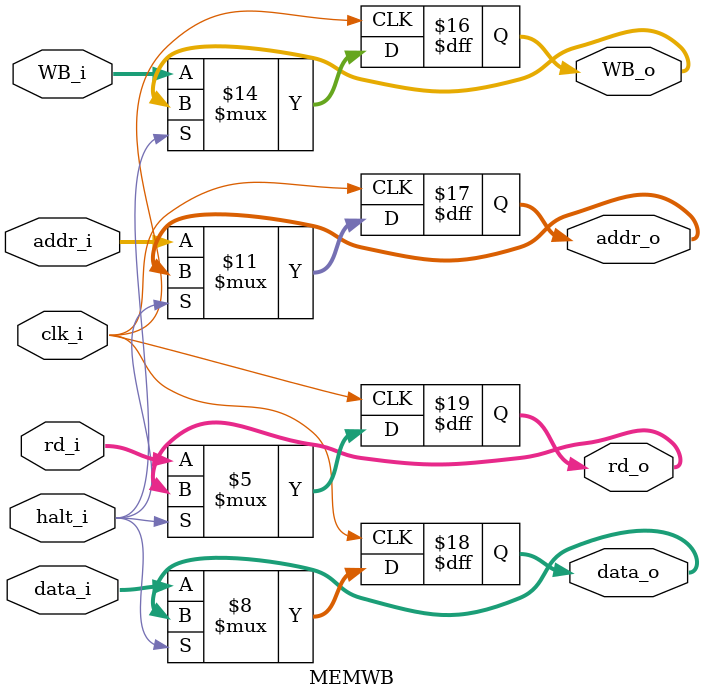
<source format=v>
module MEMWB
(
    clk_i,
	WB_i,
	addr_i,
	data_i,
	rd_i,
	halt_i,
    WB_o,
	addr_o,
	data_o,
	rd_o
);

// Ports
input               clk_i;
input	[1:0]       WB_i;
input   [31:0]      addr_i;
input   [31:0]      data_i;
input	[4:0]		rd_i;
input				halt_i;
output	[1:0]		WB_o;
output  [31:0]      addr_o;
output  [31:0]      data_o;
output	[4:0]		rd_o;

// Wires & Registers
reg		[1:0]		WB_o;
reg		[31:0]      addr_o;
reg		[31:0]      data_o;
reg		[4:0]		rd_o;

initial begin
#20
	WB_o = 0;
	addr_o = 0;
	data_o = 0;
	rd_o = 0;
end

always@(posedge clk_i) begin
	
	if(~halt_i) begin
		WB_o <= WB_i;
		addr_o <= addr_i;
		data_o <= data_i;
		rd_o <= rd_i;
	end
	else begin
		WB_o <= WB_o;
		addr_o <= addr_o;
		data_o <= data_o;
		rd_o <= rd_o;
	end
end

endmodule

</source>
